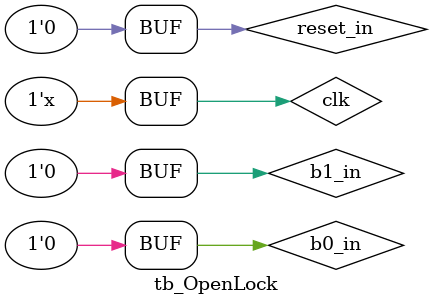
<source format=v>
module tb_OpenLock;
  reg clk;
  reg reset_in;
  reg b0_in;
  reg b1_in;
  wire out;
  wire [3:0] hex_display;
   OpenLock uut
   (
   .clk(clk),
   .reset_in(reset_in),
   .b0_in(b0_in),
   .b1_in(b1_in),
   .out(out),
   .hex_display(hex_display)
   );
  initial 
    begin
	  clk = 1'b0;
	  b0_in = 1'b0;
      reset_in = 0;
      #3 reset_in = 1'b1;
	  #2 reset_in = 1'b0;
	  #2 b1_in = 1'b0; 
	  #2 b1_in = 1;
      #2 b1_in = 0;
	  #2 b0_in = 1;
      #2 b0_in = 0;
	  #2 b1_in = 1;
      #2 b1_in = 0;
	  #2 b0_in = 1;
      #2 b0_in = 0;
	  #2 b1_in = 1;
      #2 b1_in = 0;
	  #2 b1_in = 1;
      #2 b1_in = 0;
	end
  always #1 clk = ~ clk;
endmodule
   
  

</source>
